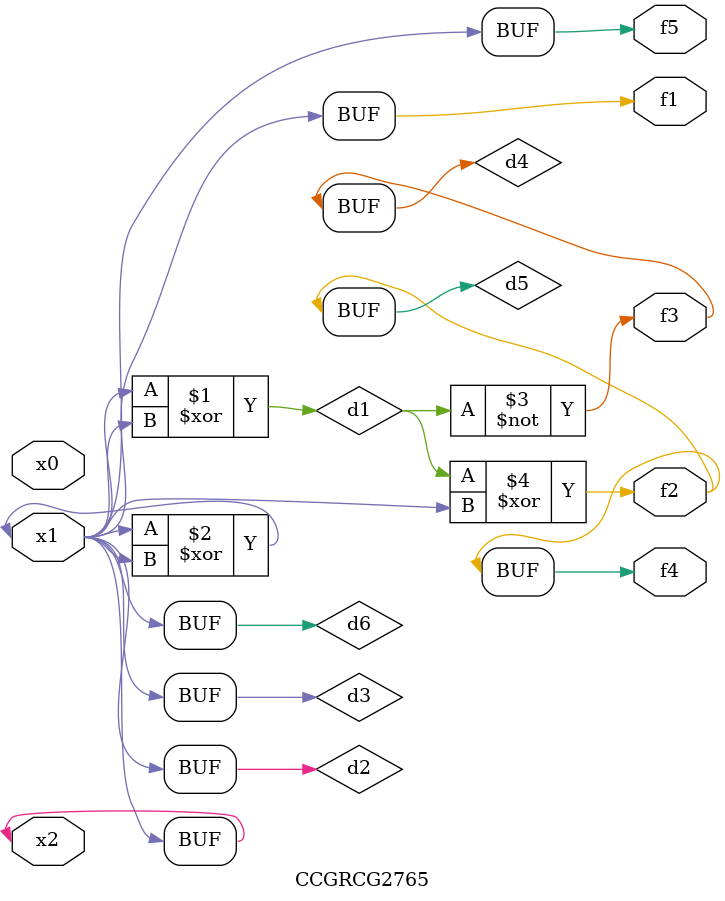
<source format=v>
module CCGRCG2765(
	input x0, x1, x2,
	output f1, f2, f3, f4, f5
);

	wire d1, d2, d3, d4, d5, d6;

	xor (d1, x1, x2);
	buf (d2, x1, x2);
	xor (d3, x1, x2);
	nor (d4, d1);
	xor (d5, d1, d2);
	buf (d6, d2, d3);
	assign f1 = d6;
	assign f2 = d5;
	assign f3 = d4;
	assign f4 = d5;
	assign f5 = d6;
endmodule

</source>
